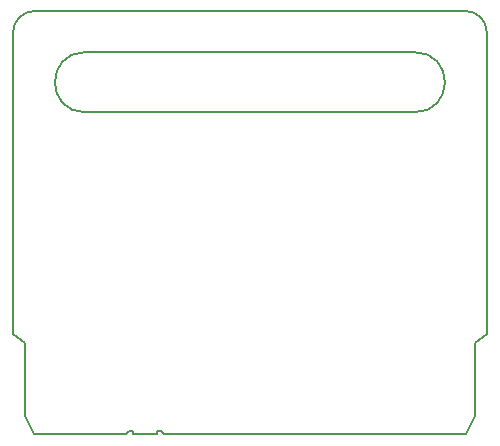
<source format=gbr>
G04 #@! TF.GenerationSoftware,KiCad,Pcbnew,(5.1.9-0-10_14)*
G04 #@! TF.CreationDate,2021-03-08T07:24:15-08:00*
G04 #@! TF.ProjectId,cart,63617274-2e6b-4696-9361-645f70636258,1.0-dev0*
G04 #@! TF.SameCoordinates,Original*
G04 #@! TF.FileFunction,Profile,NP*
%FSLAX46Y46*%
G04 Gerber Fmt 4.6, Leading zero omitted, Abs format (unit mm)*
G04 Created by KiCad (PCBNEW (5.1.9-0-10_14)) date 2021-03-08 07:24:15*
%MOMM*%
%LPD*%
G01*
G04 APERTURE LIST*
G04 #@! TA.AperFunction,Profile*
%ADD10C,0.200000*%
G04 #@! TD*
G04 APERTURE END LIST*
D10*
X129433000Y-128397000D02*
X129794000Y-128397000D01*
X129794000Y-128397000D02*
X129794000Y-128651000D01*
X159750000Y-94611000D02*
X159750000Y-120142000D01*
X157972000Y-92833000D02*
G75*
G02*
X159750000Y-94611000I0J-1778000D01*
G01*
X159750000Y-120142000D02*
X158750000Y-120904000D01*
X153670000Y-101390000D02*
X125730000Y-101390000D01*
X125730000Y-96310000D02*
X153670000Y-96310000D01*
X153670000Y-96310000D02*
G75*
G02*
X153670000Y-101390000I0J-2540000D01*
G01*
X125730000Y-101390000D02*
G75*
G02*
X125730000Y-96310000I0J2540000D01*
G01*
X131826000Y-128397000D02*
X132187000Y-128397000D01*
X129794000Y-128651000D02*
X131826000Y-128651000D01*
X131826000Y-128397000D02*
X131826000Y-128651000D01*
X132441000Y-128651000D02*
X132187000Y-128397000D01*
X129433000Y-128397000D02*
X129179000Y-128651000D01*
X157988000Y-128651000D02*
X132441000Y-128651000D01*
X119650000Y-94611000D02*
X119650000Y-120139000D01*
X120650000Y-120901000D02*
X119650000Y-120139000D01*
X121428000Y-92833000D02*
G75*
G03*
X119650000Y-94611000I0J-1778000D01*
G01*
X120650000Y-120901000D02*
X120650000Y-127127000D01*
X158750000Y-120904000D02*
X158750000Y-127127000D01*
X121428000Y-92833000D02*
X157972000Y-92833000D01*
X121412000Y-128651000D02*
X120650000Y-127127000D01*
X157988000Y-128651000D02*
X158750000Y-127127000D01*
X121412000Y-128651000D02*
X129179000Y-128651000D01*
M02*

</source>
